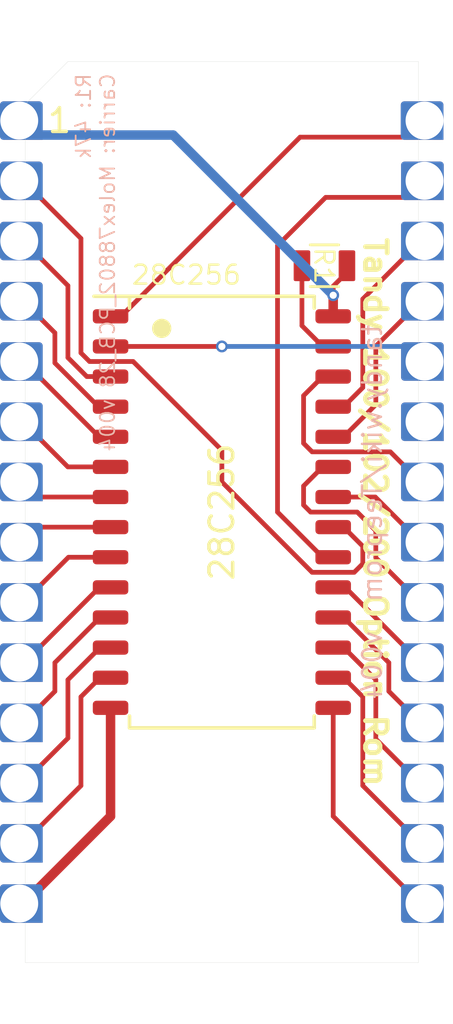
<source format=kicad_pcb>
(kicad_pcb (version 20171130) (host pcbnew 5.1.10-88a1d61d58~88~ubuntu20.10.1)

  (general
    (thickness 1.6)
    (drawings 11)
    (tracks 137)
    (zones 0)
    (modules 3)
    (nets 29)
  )

  (page A4)
  (title_block
    (title "28C256 in a TRS-80 Model 100 option rom socket")
    (date 2021-05-24)
    (rev 004)
    (company b.kenyon.w@gmail.com)
  )

  (layers
    (0 Top signal)
    (31 Bottom signal)
    (32 B.Adhes user hide)
    (33 F.Adhes user hide)
    (34 B.Paste user hide)
    (35 F.Paste user hide)
    (36 B.SilkS user)
    (37 F.SilkS user)
    (38 B.Mask user)
    (39 F.Mask user)
    (40 Dwgs.User user hide)
    (41 Cmts.User user hide)
    (42 Eco1.User user hide)
    (43 Eco2.User user hide)
    (44 Edge.Cuts user)
    (45 Margin user hide)
    (46 B.CrtYd user hide)
    (47 F.CrtYd user hide)
    (48 B.Fab user hide)
    (49 F.Fab user hide)
  )

  (setup
    (last_trace_width 0.2)
    (user_trace_width 0.4)
    (trace_clearance 0.2)
    (zone_clearance 0.2)
    (zone_45_only no)
    (trace_min 0.2)
    (via_size 0.5)
    (via_drill 0.3)
    (via_min_size 0.5)
    (via_min_drill 0.3)
    (uvia_size 0.5)
    (uvia_drill 0.3)
    (uvias_allowed no)
    (uvia_min_size 0.5)
    (uvia_min_drill 0.3)
    (edge_width 0.01)
    (segment_width 0.2032)
    (pcb_text_width 0.254)
    (pcb_text_size 1.2192 1.2192)
    (mod_edge_width 0.0254)
    (mod_text_size 0.4572 0.4572)
    (mod_text_width 0.0254)
    (pad_size 1.905 2.032)
    (pad_drill 1.524)
    (pad_to_mask_clearance 0)
    (solder_mask_min_width 0.22)
    (aux_axis_origin 0 0)
    (grid_origin 147.2184 99.187)
    (visible_elements FFFFFF7F)
    (pcbplotparams
      (layerselection 0x010f0_ffffffff)
      (usegerberextensions true)
      (usegerberattributes false)
      (usegerberadvancedattributes false)
      (creategerberjobfile false)
      (excludeedgelayer true)
      (linewidth 0.100000)
      (plotframeref false)
      (viasonmask false)
      (mode 1)
      (useauxorigin false)
      (hpglpennumber 1)
      (hpglpenspeed 20)
      (hpglpendiameter 15.000000)
      (psnegative false)
      (psa4output false)
      (plotreference true)
      (plotvalue true)
      (plotinvisibletext false)
      (padsonsilk false)
      (subtractmaskfromsilk false)
      (outputformat 1)
      (mirror false)
      (drillshape 0)
      (scaleselection 1)
      (outputdirectory "GERBER_Teeprom_004"))
  )

  (net 0 "")
  (net 1 /D3)
  (net 2 /A10)
  (net 3 /D4)
  (net 4 /A7)
  (net 5 /D5)
  (net 6 /A6)
  (net 7 /D6)
  (net 8 /A5)
  (net 9 /D7)
  (net 10 /A4)
  (net 11 /A11)
  (net 12 /A3)
  (net 13 /~OE)
  (net 14 /A2)
  (net 15 /A13)
  (net 16 /A1)
  (net 17 /A0)
  (net 18 /A12)
  (net 19 /D0)
  (net 20 /A9)
  (net 21 /D1)
  (net 22 /A8)
  (net 23 /D2)
  (net 24 /~CE)
  (net 25 /A14)
  (net 26 /~WE)
  (net 27 VCC)
  (net 28 GND)

  (net_class Default "This is the default net class."
    (clearance 0.2)
    (trace_width 0.2)
    (via_dia 0.5)
    (via_drill 0.3)
    (uvia_dia 0.5)
    (uvia_drill 0.3)
    (diff_pair_width 0.2)
    (diff_pair_gap 0.3)
    (add_net /A0)
    (add_net /A1)
    (add_net /A10)
    (add_net /A11)
    (add_net /A12)
    (add_net /A13)
    (add_net /A14)
    (add_net /A2)
    (add_net /A3)
    (add_net /A4)
    (add_net /A5)
    (add_net /A6)
    (add_net /A7)
    (add_net /A8)
    (add_net /A9)
    (add_net /D0)
    (add_net /D1)
    (add_net /D2)
    (add_net /D3)
    (add_net /D4)
    (add_net /D5)
    (add_net /D6)
    (add_net /D7)
    (add_net /~CE)
    (add_net /~OE)
    (add_net /~WE)
    (add_net GND)
    (add_net VCC)
  )

  (module 000_LOCAL:SOIC-28W (layer Top) (tedit 60AC7F09) (tstamp 60ACE4A8)
    (at 147.2184 99.187)
    (descr "28-Lead Plastic Small Outline (SO) - Wide, 7.50 mm Body [SOIC] (see Microchip Packaging Specification 00000049BS.pdf)")
    (tags "SOIC 1.27")
    (path /5D231C6F)
    (attr smd)
    (fp_text reference U1 (at 0 0 -90) (layer F.SilkS) hide
      (effects (font (size 1 1) (thickness 0.15)))
    )
    (fp_text value 28C256 (at 0 0 -90) (layer F.SilkS)
      (effects (font (size 1 1) (thickness 0.15)))
    )
    (fp_text user %R (at 0 0 -90) (layer F.Fab)
      (effects (font (size 1 1) (thickness 0.15)))
    )
    (fp_circle (center -2.54 -7.747) (end -2.3368 -7.747) (layer F.SilkS) (width 0.4064))
    (fp_line (start -2.75 -8.95) (end 3.75 -8.95) (layer F.Fab) (width 0.15))
    (fp_line (start 3.75 -8.95) (end 3.75 8.95) (layer F.Fab) (width 0.15))
    (fp_line (start 3.75 8.95) (end -3.75 8.95) (layer F.Fab) (width 0.15))
    (fp_line (start -3.75 8.95) (end -3.75 -7.95) (layer F.Fab) (width 0.15))
    (fp_line (start -3.75 -7.95) (end -2.75 -8.95) (layer F.Fab) (width 0.15))
    (fp_line (start -5.95 -9.3) (end -5.95 9.3) (layer F.CrtYd) (width 0.05))
    (fp_line (start 5.95 -9.3) (end 5.95 9.3) (layer F.CrtYd) (width 0.05))
    (fp_line (start -5.95 -9.3) (end 5.95 -9.3) (layer F.CrtYd) (width 0.05))
    (fp_line (start -5.95 9.3) (end 5.95 9.3) (layer F.CrtYd) (width 0.05))
    (fp_line (start -3.9 -9.1) (end -3.9 -8.6) (layer F.SilkS) (width 0.15))
    (fp_line (start 3.9 -9.1) (end 3.9 -8.6) (layer F.SilkS) (width 0.15))
    (fp_line (start 3.9 9.1) (end 3.9 8.6) (layer F.SilkS) (width 0.15))
    (fp_line (start -3.9 9.1) (end -3.9 8.6) (layer F.SilkS) (width 0.15))
    (fp_line (start -5.4 -9.1) (end 3.9 -9.1) (layer F.SilkS) (width 0.15))
    (fp_line (start -3.9 9.1) (end 3.9 9.1) (layer F.SilkS) (width 0.15))
    (pad 1 smd roundrect (at -4.7 -8.255) (size 1.5 0.6) (layers Top F.Paste F.Mask) (roundrect_rratio 0.25)
      (net 25 /A14))
    (pad 2 smd roundrect (at -4.7 -6.985) (size 1.5 0.6) (layers Top F.Paste F.Mask) (roundrect_rratio 0.25)
      (net 18 /A12))
    (pad 3 smd roundrect (at -4.7 -5.715) (size 1.5 0.6) (layers Top F.Paste F.Mask) (roundrect_rratio 0.25)
      (net 4 /A7))
    (pad 4 smd roundrect (at -4.7 -4.445) (size 1.5 0.6) (layers Top F.Paste F.Mask) (roundrect_rratio 0.25)
      (net 6 /A6))
    (pad 5 smd roundrect (at -4.7 -3.175) (size 1.5 0.6) (layers Top F.Paste F.Mask) (roundrect_rratio 0.25)
      (net 8 /A5))
    (pad 6 smd roundrect (at -4.7 -1.905) (size 1.5 0.6) (layers Top F.Paste F.Mask) (roundrect_rratio 0.25)
      (net 10 /A4))
    (pad 7 smd roundrect (at -4.7 -0.635) (size 1.5 0.6) (layers Top F.Paste F.Mask) (roundrect_rratio 0.25)
      (net 12 /A3))
    (pad 8 smd roundrect (at -4.7 0.635) (size 1.5 0.6) (layers Top F.Paste F.Mask) (roundrect_rratio 0.25)
      (net 14 /A2))
    (pad 9 smd roundrect (at -4.7 1.905) (size 1.5 0.6) (layers Top F.Paste F.Mask) (roundrect_rratio 0.25)
      (net 16 /A1))
    (pad 10 smd roundrect (at -4.7 3.175) (size 1.5 0.6) (layers Top F.Paste F.Mask) (roundrect_rratio 0.25)
      (net 17 /A0))
    (pad 11 smd roundrect (at -4.7 4.445) (size 1.5 0.6) (layers Top F.Paste F.Mask) (roundrect_rratio 0.25)
      (net 19 /D0))
    (pad 12 smd roundrect (at -4.7 5.715) (size 1.5 0.6) (layers Top F.Paste F.Mask) (roundrect_rratio 0.25)
      (net 21 /D1))
    (pad 13 smd roundrect (at -4.7 6.985) (size 1.5 0.6) (layers Top F.Paste F.Mask) (roundrect_rratio 0.25)
      (net 23 /D2))
    (pad 14 smd roundrect (at -4.7 8.255) (size 1.5 0.6) (layers Top F.Paste F.Mask) (roundrect_rratio 0.25)
      (net 28 GND))
    (pad 15 smd roundrect (at 4.7 8.255) (size 1.5 0.6) (layers Top F.Paste F.Mask) (roundrect_rratio 0.25)
      (net 1 /D3))
    (pad 16 smd roundrect (at 4.7 6.985) (size 1.5 0.6) (layers Top F.Paste F.Mask) (roundrect_rratio 0.25)
      (net 3 /D4))
    (pad 17 smd roundrect (at 4.7 5.715) (size 1.5 0.6) (layers Top F.Paste F.Mask) (roundrect_rratio 0.25)
      (net 5 /D5))
    (pad 18 smd roundrect (at 4.7 4.445) (size 1.5 0.6) (layers Top F.Paste F.Mask) (roundrect_rratio 0.25)
      (net 7 /D6))
    (pad 19 smd roundrect (at 4.7 3.175) (size 1.5 0.6) (layers Top F.Paste F.Mask) (roundrect_rratio 0.25)
      (net 9 /D7))
    (pad 20 smd roundrect (at 4.7 1.905) (size 1.5 0.6) (layers Top F.Paste F.Mask) (roundrect_rratio 0.25)
      (net 24 /~CE))
    (pad 21 smd roundrect (at 4.7 0.635) (size 1.5 0.6) (layers Top F.Paste F.Mask) (roundrect_rratio 0.25)
      (net 2 /A10))
    (pad 22 smd roundrect (at 4.7 -0.635) (size 1.5 0.6) (layers Top F.Paste F.Mask) (roundrect_rratio 0.25)
      (net 13 /~OE))
    (pad 23 smd roundrect (at 4.7 -1.905) (size 1.5 0.6) (layers Top F.Paste F.Mask) (roundrect_rratio 0.25)
      (net 11 /A11))
    (pad 24 smd roundrect (at 4.7 -3.175) (size 1.5 0.6) (layers Top F.Paste F.Mask) (roundrect_rratio 0.25)
      (net 20 /A9))
    (pad 25 smd roundrect (at 4.7 -4.445) (size 1.5 0.6) (layers Top F.Paste F.Mask) (roundrect_rratio 0.25)
      (net 22 /A8))
    (pad 26 smd roundrect (at 4.7 -5.715) (size 1.5 0.6) (layers Top F.Paste F.Mask) (roundrect_rratio 0.25)
      (net 15 /A13))
    (pad 27 smd roundrect (at 4.7 -6.985) (size 1.5 0.6) (layers Top F.Paste F.Mask) (roundrect_rratio 0.25)
      (net 26 /~WE))
    (pad 28 smd roundrect (at 4.7 -8.255) (size 1.5 0.6) (layers Top F.Paste F.Mask) (roundrect_rratio 0.25)
      (net 27 VCC))
    (model ${KIPRJMOD}/000_LOCAL.pretty/3d/SW3dPS-SOIC28-300.STEP
      (at (xyz 0 0 0))
      (scale (xyz 1 1 1))
      (rotate (xyz 0 0 90))
    )
  )

  (module 000_LOCAL:Molex78802_PCB_28 (layer Top) (tedit 60A90215) (tstamp 6051C3EB)
    (at 147.2184 99.187)
    (descr "Castellated edge contacts to fit Molex 78805 Socket")
    (path /5E6792DF)
    (solder_mask_margin 0.0508)
    (attr virtual)
    (fp_text reference J1 (at -1.905 0 -90) (layer Dwgs.User) hide
      (effects (font (size 1.2065 1.2065) (thickness 0.127)) (justify bottom))
    )
    (fp_text value Tandy_100_102_200_option_rom (at 1.27 0 -90) (layer F.Fab) hide
      (effects (font (size 1.2065 1.2065) (thickness 0.1016)) (justify bottom))
    )
    (fp_line (start -4 -17.5) (end -3.5 -17.5) (layer Dwgs.User) (width 0.01))
    (fp_line (start -4 -18) (end -4 -17.5) (layer Dwgs.User) (width 0.01))
    (fp_line (start -4 -18) (end -3.7 -17.7) (layer Dwgs.User) (width 0.01))
    (fp_line (start -4 -18) (end -4.3 -17.7) (layer Dwgs.User) (width 0.01))
    (fp_line (start -4 -19) (end -3.7 -19.3) (layer Dwgs.User) (width 0.01))
    (fp_line (start -4 -19) (end -4.3 -19.3) (layer Dwgs.User) (width 0.01))
    (fp_line (start -4 -19) (end -4 -20) (layer Dwgs.User) (width 0.01))
    (fp_line (start -6 -19) (end -5.7 -19.3) (layer Dwgs.User) (width 0.01))
    (fp_line (start -6 -19) (end -6.3 -19.3) (layer Dwgs.User) (width 0.01))
    (fp_line (start -6 -19) (end -6 -20) (layer Dwgs.User) (width 0.01))
    (fp_line (start -6 -18.3) (end -5.7 -18) (layer Dwgs.User) (width 0.01))
    (fp_line (start -6 -18.3) (end -6.3 -18) (layer Dwgs.User) (width 0.01))
    (fp_line (start -6 -17) (end -5.5 -17) (layer Dwgs.User) (width 0.01))
    (fp_line (start -6 -18.3) (end -6 -17) (layer Dwgs.User) (width 0.01))
    (fp_line (start 7.6 -18.3) (end 7.6 18.3) (layer Dwgs.User) (width 0.01))
    (fp_line (start -7.6 -18.3) (end -7.6 18.3) (layer Dwgs.User) (width 0.01))
    (fp_line (start -7.6 -18.3) (end 7.6 -18.3) (layer Dwgs.User) (width 0.01))
    (fp_line (start -7.6 18.3) (end 7.6 18.3) (layer Dwgs.User) (width 0.01))
    (fp_poly (pts (xy 9.2156 1.9304) (xy 7.717 1.9304) (xy 7.717 0.6096) (xy 9.2156 0.6096)) (layer Top) (width 0.3048))
    (fp_poly (pts (xy 9.2156 -0.6096) (xy 7.717 -0.6096) (xy 7.717 -1.9304) (xy 9.2156 -1.9304)) (layer Top) (width 0.3048))
    (fp_poly (pts (xy 9.2156 14.6304) (xy 7.717 14.6304) (xy 7.717 13.3096) (xy 9.2156 13.3096)) (layer Top) (width 0.3048))
    (fp_poly (pts (xy 9.2156 7.0104) (xy 7.717 7.0104) (xy 7.717 5.6896) (xy 9.2156 5.6896)) (layer Top) (width 0.3048))
    (fp_poly (pts (xy 9.2156 10.7696) (xy 7.717 10.7696) (xy 7.717 12.0904) (xy 9.2156 12.0904)) (layer Bottom) (width 0.3048))
    (fp_poly (pts (xy 9.2156 4.4704) (xy 7.717 4.4704) (xy 7.717 3.1496) (xy 9.2156 3.1496)) (layer Top) (width 0.3048))
    (fp_poly (pts (xy 9.2156 -4.4704) (xy 7.717 -4.4704) (xy 7.717 -3.1496) (xy 9.2156 -3.1496)) (layer Bottom) (width 0.3048))
    (fp_poly (pts (xy 9.2156 8.2296) (xy 7.717 8.2296) (xy 7.717 9.5504) (xy 9.2156 9.5504)) (layer Bottom) (width 0.3048))
    (fp_poly (pts (xy 9.2156 13.3096) (xy 7.717 13.3096) (xy 7.717 14.6304) (xy 9.2156 14.6304)) (layer Bottom) (width 0.3048))
    (fp_poly (pts (xy 9.2156 -10.7696) (xy 7.717 -10.7696) (xy 7.717 -12.0904) (xy 9.2156 -12.0904)) (layer Top) (width 0.3048))
    (fp_poly (pts (xy 9.2156 -9.5504) (xy 7.717 -9.5504) (xy 7.717 -8.2296) (xy 9.2156 -8.2296)) (layer Bottom) (width 0.3048))
    (fp_poly (pts (xy 9.2156 0.6096) (xy 7.717 0.6096) (xy 7.717 1.9304) (xy 9.2156 1.9304)) (layer Bottom) (width 0.3048))
    (fp_poly (pts (xy 9.2156 3.1496) (xy 7.717 3.1496) (xy 7.717 4.4704) (xy 9.2156 4.4704)) (layer Bottom) (width 0.3048))
    (fp_poly (pts (xy 9.2156 -12.0904) (xy 7.717 -12.0904) (xy 7.717 -10.7696) (xy 9.2156 -10.7696)) (layer Bottom) (width 0.3048))
    (fp_poly (pts (xy 9.2156 -14.6304) (xy 7.717 -14.6304) (xy 7.717 -13.3096) (xy 9.2156 -13.3096)) (layer Bottom) (width 0.3048))
    (fp_poly (pts (xy 9.2156 12.0904) (xy 7.717 12.0904) (xy 7.717 10.7696) (xy 9.2156 10.7696)) (layer Top) (width 0.3048))
    (fp_poly (pts (xy 9.2156 9.5504) (xy 7.717 9.5504) (xy 7.717 8.2296) (xy 9.2156 8.2296)) (layer Top) (width 0.3048))
    (fp_poly (pts (xy 9.2156 -3.1496) (xy 7.717 -3.1496) (xy 7.717 -4.4704) (xy 9.2156 -4.4704)) (layer Top) (width 0.3048))
    (fp_poly (pts (xy 9.2156 -1.9304) (xy 7.717 -1.9304) (xy 7.717 -0.6096) (xy 9.2156 -0.6096)) (layer Bottom) (width 0.3048))
    (fp_poly (pts (xy 9.2156 -5.6896) (xy 7.717 -5.6896) (xy 7.717 -7.0104) (xy 9.2156 -7.0104)) (layer Top) (width 0.3048))
    (fp_poly (pts (xy 9.2156 17.1704) (xy 7.717 17.1704) (xy 7.717 15.8496) (xy 9.2156 15.8496)) (layer Top) (width 0.3048))
    (fp_poly (pts (xy 9.2156 5.6896) (xy 7.717 5.6896) (xy 7.717 7.0104) (xy 9.2156 7.0104)) (layer Bottom) (width 0.3048))
    (fp_poly (pts (xy 9.2156 -7.0104) (xy 7.717 -7.0104) (xy 7.717 -5.6896) (xy 9.2156 -5.6896)) (layer Bottom) (width 0.3048))
    (fp_poly (pts (xy 9.2156 -13.3096) (xy 7.717 -13.3096) (xy 7.717 -14.6304) (xy 9.2156 -14.6304)) (layer Top) (width 0.3048))
    (fp_poly (pts (xy 9.2156 15.8496) (xy 7.717 15.8496) (xy 7.717 17.1704) (xy 9.2156 17.1704)) (layer Bottom) (width 0.3048))
    (fp_poly (pts (xy 9.2156 -8.2296) (xy 7.717 -8.2296) (xy 7.717 -9.5504) (xy 9.2156 -9.5504)) (layer Top) (width 0.3048))
    (fp_poly (pts (xy 9.2029 -15.8496) (xy 7.7043 -15.8496) (xy 7.7043 -17.1704) (xy 9.2029 -17.1704)) (layer Top) (width 0.3048))
    (fp_poly (pts (xy 9.2029 -15.8496) (xy 7.7043 -15.8496) (xy 7.7043 -17.1704) (xy 9.2029 -17.1704)) (layer Bottom) (width 0.3048))
    (fp_poly (pts (xy -7.717 0.6096) (xy -9.2156 0.6096) (xy -9.2156 1.9304) (xy -7.717 1.9304)) (layer Bottom) (width 0.3048))
    (fp_poly (pts (xy -7.717 3.1496) (xy -9.2156 3.1496) (xy -9.2156 4.4704) (xy -7.717 4.4704)) (layer Bottom) (width 0.3048))
    (fp_poly (pts (xy -7.717 -12.0904) (xy -9.2156 -12.0904) (xy -9.2156 -10.7696) (xy -7.717 -10.7696)) (layer Bottom) (width 0.3048))
    (fp_poly (pts (xy -7.717 -4.4704) (xy -9.2156 -4.4704) (xy -9.2156 -3.1496) (xy -7.717 -3.1496)) (layer Bottom) (width 0.3048))
    (fp_poly (pts (xy -7.717 -1.9304) (xy -9.2156 -1.9304) (xy -9.2156 -0.6096) (xy -7.717 -0.6096)) (layer Bottom) (width 0.3048))
    (fp_poly (pts (xy -7.717 13.3096) (xy -9.2156 13.3096) (xy -9.2156 14.6304) (xy -7.717 14.6304)) (layer Bottom) (width 0.3048))
    (fp_poly (pts (xy -7.717 -9.5504) (xy -9.2156 -9.5504) (xy -9.2156 -8.2296) (xy -7.717 -8.2296)) (layer Bottom) (width 0.3048))
    (fp_poly (pts (xy -7.717 -7.0104) (xy -9.2156 -7.0104) (xy -9.2156 -5.6896) (xy -7.717 -5.6896)) (layer Bottom) (width 0.3048))
    (fp_poly (pts (xy -7.717 5.6896) (xy -9.2156 5.6896) (xy -9.2156 7.0104) (xy -7.717 7.0104)) (layer Bottom) (width 0.3048))
    (fp_poly (pts (xy -7.717 8.2296) (xy -9.2156 8.2296) (xy -9.2156 9.5504) (xy -7.717 9.5504)) (layer Bottom) (width 0.3048))
    (fp_poly (pts (xy -7.717 -14.6304) (xy -9.2156 -14.6304) (xy -9.2156 -13.3096) (xy -7.717 -13.3096)) (layer Bottom) (width 0.3048))
    (fp_poly (pts (xy -7.717 15.8496) (xy -9.2156 15.8496) (xy -9.2156 17.1704) (xy -7.717 17.1704)) (layer Bottom) (width 0.3048))
    (fp_poly (pts (xy -7.717 10.7696) (xy -9.2156 10.7696) (xy -9.2156 12.0904) (xy -7.717 12.0904)) (layer Bottom) (width 0.3048))
    (fp_poly (pts (xy -7.717 17.1704) (xy -9.2156 17.1704) (xy -9.2156 15.8496) (xy -7.717 15.8496)) (layer Top) (width 0.3048))
    (fp_poly (pts (xy -7.717 14.6304) (xy -9.2156 14.6304) (xy -9.2156 13.3096) (xy -7.717 13.3096)) (layer Top) (width 0.3048))
    (fp_poly (pts (xy -7.717 12.0904) (xy -9.2156 12.0904) (xy -9.2156 10.7696) (xy -7.717 10.7696)) (layer Top) (width 0.3048))
    (fp_poly (pts (xy -7.717 9.5504) (xy -9.2156 9.5504) (xy -9.2156 8.2296) (xy -7.717 8.2296)) (layer Top) (width 0.3048))
    (fp_poly (pts (xy -7.717 7.0104) (xy -9.2156 7.0104) (xy -9.2156 5.6896) (xy -7.717 5.6896)) (layer Top) (width 0.3048))
    (fp_poly (pts (xy -7.717 4.4704) (xy -9.2156 4.4704) (xy -9.2156 3.1496) (xy -7.717 3.1496)) (layer Top) (width 0.3048))
    (fp_poly (pts (xy -7.717 1.9304) (xy -9.2156 1.9304) (xy -9.2156 0.6096) (xy -7.717 0.6096)) (layer Top) (width 0.3048))
    (fp_poly (pts (xy -7.717 -0.6096) (xy -9.2156 -0.6096) (xy -9.2156 -1.9304) (xy -7.717 -1.9304)) (layer Top) (width 0.3048))
    (fp_poly (pts (xy -7.717 -3.1496) (xy -9.2156 -3.1496) (xy -9.2156 -4.4704) (xy -7.717 -4.4704)) (layer Top) (width 0.3048))
    (fp_poly (pts (xy -7.717 -5.6896) (xy -9.2156 -5.6896) (xy -9.2156 -7.0104) (xy -7.717 -7.0104)) (layer Top) (width 0.3048))
    (fp_poly (pts (xy -7.717 -8.2296) (xy -9.2156 -8.2296) (xy -9.2156 -9.5504) (xy -7.717 -9.5504)) (layer Top) (width 0.3048))
    (fp_poly (pts (xy -7.717 -10.7696) (xy -9.2156 -10.7696) (xy -9.2156 -12.0904) (xy -7.717 -12.0904)) (layer Top) (width 0.3048))
    (fp_poly (pts (xy -7.717 -13.3096) (xy -9.2156 -13.3096) (xy -9.2156 -14.6304) (xy -7.717 -14.6304)) (layer Top) (width 0.3048))
    (fp_poly (pts (xy -7.717 -15.8496) (xy -9.2156 -15.8496) (xy -9.2156 -17.1704) (xy -7.717 -17.1704)) (layer Top) (width 0.3048))
    (fp_poly (pts (xy -7.717 -15.8496) (xy -9.2156 -15.8496) (xy -9.2156 -17.1704) (xy -7.717 -17.1704)) (layer Bottom) (width 0.3048))
    (fp_line (start 4.5593 19.05) (end 8.26 19.05) (layer Eco1.User) (width 0.01))
    (fp_line (start -8.26 19.05) (end -4.5593 19.05) (layer Eco1.User) (width 0.01))
    (fp_line (start 0.762 -19.05) (end 8.26 -19.05) (layer Eco1.User) (width 0.01))
    (fp_line (start -8.26 -19.05) (end -0.762 -19.05) (layer Eco1.User) (width 0.01))
    (fp_line (start 8.26 19.05) (end 8.26 -19.05) (layer Eco1.User) (width 0.01))
    (fp_line (start -8.26 19.05) (end -8.26 -19.05) (layer Eco1.User) (width 0.01))
    (fp_line (start 3.0353 19.05) (end -3.0353 19.05) (layer Eco1.User) (width 0.01))
    (fp_line (start 3.0353 21.59) (end 3.0353 19.05) (layer Eco1.User) (width 0.01))
    (fp_line (start 4.5593 21.59) (end 3.0353 21.59) (layer Eco1.User) (width 0.01))
    (fp_line (start 4.5593 19.05) (end 4.5593 21.59) (layer Eco1.User) (width 0.01))
    (fp_line (start -3.0353 21.59) (end -3.0353 19.05) (layer Eco1.User) (width 0.01))
    (fp_line (start -4.5593 21.59) (end -3.0353 21.59) (layer Eco1.User) (width 0.01))
    (fp_line (start -4.5593 19.05) (end -4.5593 21.59) (layer Eco1.User) (width 0.01))
    (fp_line (start 0.762 -21.59) (end 0.762 -19.05) (layer Eco1.User) (width 0.01))
    (fp_line (start -0.762 -21.59) (end 0.762 -21.59) (layer Eco1.User) (width 0.01))
    (fp_line (start -0.762 -19.05) (end -0.762 -21.59) (layer Eco1.User) (width 0.01))
    (fp_line (start -8.3 19) (end 8.3 19) (layer Eco2.User) (width 0.01))
    (fp_line (start 8.3 -19) (end -6.5 -19) (layer Eco2.User) (width 0.01))
    (fp_line (start 7.75716 17.78) (end 7.75716 12.7) (layer Dwgs.User) (width 0.01))
    (fp_line (start 6.325 12.065) (end 6.325 15.24) (layer Dwgs.User) (width 0.05))
    (fp_line (start 6.325 15.24) (end 7.722 15.24) (layer Dwgs.User) (width 0.05))
    (fp_line (start 7.722 15.24) (end 7.442 15.52) (layer Dwgs.User) (width 0.05))
    (fp_line (start 7.442 14.96) (end 7.722 15.24) (layer Dwgs.User) (width 0.05))
    (fp_line (start 8.345 15.24) (end 8.625 15.52) (layer Dwgs.User) (width 0.05))
    (fp_line (start 8.625 14.96) (end 8.345 15.24) (layer Dwgs.User) (width 0.05))
    (fp_line (start 8.345 15.24) (end 9.742 15.24) (layer Dwgs.User) (width 0.05))
    (fp_line (start -5 -19) (end -5 -18) (layer Dwgs.User) (width 0.01))
    (fp_line (start -5 -18) (end 5 -18) (layer Dwgs.User) (width 0.01))
    (fp_line (start 5 -18) (end 5 -19) (layer Dwgs.User) (width 0.01))
    (fp_line (start 5 -19) (end -5 -19) (layer Dwgs.User) (width 0.01))
    (fp_line (start 5 19) (end 5 18) (layer Dwgs.User) (width 0.01))
    (fp_line (start -5 18) (end -5 19) (layer Dwgs.User) (width 0.01))
    (fp_line (start -5 18) (end 5 18) (layer Dwgs.User) (width 0.01))
    (fp_line (start -5 19) (end 5 19) (layer Dwgs.User) (width 0.01))
    (fp_line (start -8.3 19) (end -8.3 -17.2) (layer Eco2.User) (width 0.01))
    (fp_line (start 8.3 19) (end 8.3 -19) (layer Eco2.User) (width 0.01))
    (fp_line (start -6.5 -19) (end -8.3 -17.2) (layer Eco2.User) (width 0.01))
    (fp_text user "0.7 border on bottom - 36.6 x 15 x 1.5 usable bottom" (at -5.5 -17) (layer Dwgs.User)
      (effects (font (size 0.25 0.25) (thickness 0.02)) (justify left))
    )
    (fp_text user "10.0 x 1.0 retainer wedges on top" (at -3.5 -17.5) (layer Dwgs.User)
      (effects (font (size 0.25 0.25) (thickness 0.02)) (justify left))
    )
    (fp_text user "Castellation depth 0.5mm min" (at 6.35 0 -90) (layer Dwgs.User)
      (effects (font (size 1 1) (thickness 0.1)))
    )
    (fp_text user "Board outline: 0.1mm grid, copy Eco2.User" (at -6 0 -90) (layer Eco2.User)
      (effects (font (size 1 1) (thickness 0.1)))
    )
    (fp_text user "Eco1.User is Edge.Cuts for use without carrier." (at -4.445 0 -90) (layer Eco1.User)
      (effects (font (size 0.8 0.8) (thickness 0.05)))
    )
    (pad 1 thru_hole circle (at -8.5552 -16.51) (size 1.6002 1.6002) (drill 1.59766) (layers *.Cu *.Mask)
      (net 27 VCC) (zone_connect 0))
    (pad 28 thru_hole circle (at 8.5552 -16.51 180) (size 1.6002 1.6002) (drill 1.59766) (layers *.Cu *.Mask)
      (net 25 /A14))
    (pad 14 thru_hole circle (at -8.5552 16.51) (size 1.6002 1.6002) (drill 1.59766) (layers *.Cu *.Mask)
      (net 28 GND) (zone_connect 0))
    (pad 27 thru_hole circle (at 8.5552 -13.97 180) (size 1.6002 1.6002) (drill 1.59766) (layers *.Cu *.Mask)
      (net 24 /~CE))
    (pad 13 thru_hole circle (at -8.5552 13.97) (size 1.6002 1.6002) (drill 1.59766) (layers *.Cu *.Mask)
      (net 23 /D2) (zone_connect 0))
    (pad 26 thru_hole circle (at 8.5552 -11.43 180) (size 1.6002 1.6002) (drill 1.59766) (layers *.Cu *.Mask)
      (net 22 /A8))
    (pad 12 thru_hole circle (at -8.5552 11.43) (size 1.6002 1.6002) (drill 1.59766) (layers *.Cu *.Mask)
      (net 21 /D1) (zone_connect 0))
    (pad 25 thru_hole circle (at 8.5552 -8.89 180) (size 1.6002 1.6002) (drill 1.59766) (layers *.Cu *.Mask)
      (net 20 /A9))
    (pad 11 thru_hole circle (at -8.5552 8.89) (size 1.6002 1.6002) (drill 1.59766) (layers *.Cu *.Mask)
      (net 19 /D0) (zone_connect 0))
    (pad 24 thru_hole circle (at 8.5552 -6.35 180) (size 1.6002 1.6002) (drill 1.59766) (layers *.Cu *.Mask)
      (net 18 /A12))
    (pad 10 thru_hole circle (at -8.5552 6.35) (size 1.6002 1.6002) (drill 1.59766) (layers *.Cu *.Mask)
      (net 17 /A0) (zone_connect 0))
    (pad 23 thru_hole circle (at 8.5552 -3.81 180) (size 1.6002 1.6002) (drill 1.59766) (layers *.Cu *.Mask))
    (pad 9 thru_hole circle (at -8.5552 3.81) (size 1.6002 1.6002) (drill 1.59766) (layers *.Cu *.Mask)
      (net 16 /A1) (zone_connect 0))
    (pad 22 thru_hole circle (at 8.5552 -1.27 180) (size 1.6002 1.6002) (drill 1.59766) (layers *.Cu *.Mask)
      (net 15 /A13))
    (pad 8 thru_hole circle (at -8.5552 1.27) (size 1.6002 1.6002) (drill 1.59766) (layers *.Cu *.Mask)
      (net 14 /A2) (zone_connect 0))
    (pad 21 thru_hole circle (at 8.5552 1.27 180) (size 1.6002 1.6002) (drill 1.59766) (layers *.Cu *.Mask)
      (net 13 /~OE))
    (pad 7 thru_hole circle (at -8.5552 -1.27) (size 1.6002 1.6002) (drill 1.59766) (layers *.Cu *.Mask)
      (net 12 /A3) (zone_connect 0))
    (pad 20 thru_hole circle (at 8.5552 3.81 180) (size 1.6002 1.6002) (drill 1.59766) (layers *.Cu *.Mask)
      (net 11 /A11))
    (pad 6 thru_hole circle (at -8.5552 -3.81) (size 1.6002 1.6002) (drill 1.59766) (layers *.Cu *.Mask)
      (net 10 /A4) (zone_connect 0))
    (pad 19 thru_hole circle (at 8.5552 6.35 180) (size 1.6002 1.6002) (drill 1.59766) (layers *.Cu *.Mask)
      (net 9 /D7))
    (pad 5 thru_hole circle (at -8.5552 -6.35) (size 1.6002 1.6002) (drill 1.59766) (layers *.Cu *.Mask)
      (net 8 /A5) (zone_connect 0))
    (pad 18 thru_hole circle (at 8.5552 8.89 180) (size 1.6002 1.6002) (drill 1.59766) (layers *.Cu *.Mask)
      (net 7 /D6))
    (pad 4 thru_hole circle (at -8.5552 -8.89) (size 1.6002 1.6002) (drill 1.59766) (layers *.Cu *.Mask)
      (net 6 /A6) (zone_connect 0))
    (pad 17 thru_hole circle (at 8.5552 11.43 180) (size 1.6002 1.6002) (drill 1.59766) (layers *.Cu *.Mask)
      (net 5 /D5))
    (pad 3 thru_hole circle (at -8.5552 -11.43) (size 1.6002 1.6002) (drill 1.59766) (layers *.Cu *.Mask)
      (net 4 /A7) (zone_connect 0))
    (pad 16 thru_hole circle (at 8.5552 13.97 180) (size 1.6002 1.6002) (drill 1.59766) (layers *.Cu *.Mask)
      (net 3 /D4))
    (pad 2 thru_hole circle (at -8.5552 -13.97) (size 1.6002 1.6002) (drill 1.59766) (layers *.Cu *.Mask)
      (net 2 /A10) (zone_connect 0))
    (pad 15 thru_hole circle (at 8.5552 16.51 180) (size 1.6002 1.6002) (drill 1.59766) (layers *.Cu *.Mask)
      (net 1 /D3))
    (model ${KIPRJMOD}/000_LOCAL.pretty/3d/Molex78802_PCB_28.step
      (offset (xyz 0 0 -0.16))
      (scale (xyz 1 1 1))
      (rotate (xyz 0 0 90))
    )
  )

  (module 000_LOCAL:R_0805 (layer Top) (tedit 60997F9A) (tstamp 5D22C129)
    (at 151.5491 88.7984)
    (descr "Resistor SMD 0805, reflow soldering, Vishay (see dcrcw.pdf)")
    (tags "resistor 0805")
    (path /5D2BF7AB)
    (attr smd)
    (fp_text reference R1 (at -0.0127 0 -90 unlocked) (layer F.SilkS)
      (effects (font (size 0.8 0.8) (thickness 0.1)))
    )
    (fp_text value 47k (at 0 1.75) (layer F.Fab)
      (effects (font (size 1 1) (thickness 0.15)))
    )
    (fp_line (start 1.55 0.9) (end -1.55 0.9) (layer F.CrtYd) (width 0.05))
    (fp_line (start 1.55 0.9) (end 1.55 -0.9) (layer F.CrtYd) (width 0.05))
    (fp_line (start -1.55 -0.9) (end -1.55 0.9) (layer F.CrtYd) (width 0.05))
    (fp_line (start -1.55 -0.9) (end 1.55 -0.9) (layer F.CrtYd) (width 0.05))
    (fp_line (start -0.6 -0.88) (end 0.6 -0.88) (layer F.SilkS) (width 0.12))
    (fp_line (start 0.6 0.88) (end -0.6 0.88) (layer F.SilkS) (width 0.12))
    (fp_line (start -1 -0.62) (end 1 -0.62) (layer F.Fab) (width 0.1))
    (fp_line (start 1 -0.62) (end 1 0.62) (layer F.Fab) (width 0.1))
    (fp_line (start 1 0.62) (end -1 0.62) (layer F.Fab) (width 0.1))
    (fp_line (start -1 0.62) (end -1 -0.62) (layer F.Fab) (width 0.1))
    (fp_text user %R (at 0 0) (layer F.Fab)
      (effects (font (size 0.5 0.5) (thickness 0.075)))
    )
    (pad 1 smd roundrect (at -0.95 0) (size 0.7 1.3) (layers Top F.Paste F.Mask) (roundrect_rratio 0.1)
      (net 26 /~WE))
    (pad 2 smd roundrect (at 0.95 0) (size 0.7 1.3) (layers Top F.Paste F.Mask) (roundrect_rratio 0.1)
      (net 27 VCC))
    (model ${KIPRJMOD}/000_LOCAL.pretty/3d/R_0805.step
      (at (xyz 0 0 0))
      (scale (xyz 1 1 1))
      (rotate (xyz 0 0 0))
    )
  )

  (gr_text 28C256 (at 145.7184 89.187) (layer F.SilkS)
    (effects (font (size 0.8 0.8) (thickness 0.1)))
  )
  (gr_text "Carrier: Molex78802_PCB_28 v004" (at 142.3924 80.645 90) (layer B.SilkS) (tstamp 60AC51CE)
    (effects (font (size 0.6096 0.6096) (thickness 0.0762)) (justify left mirror))
  )
  (gr_line (start 155.5184 118.187) (end 155.5184 80.187) (layer Edge.Cuts) (width 0.01) (tstamp 60A9CCEB))
  (gr_line (start 140.7184 80.187) (end 138.9184 81.987) (layer Edge.Cuts) (width 0.01))
  (gr_line (start 138.9184 118.187) (end 138.9184 81.987) (layer Edge.Cuts) (width 0.01))
  (gr_line (start 155.5184 118.187) (end 138.9184 118.187) (layer Edge.Cuts) (width 0.01) (tstamp 6051D963))
  (gr_line (start 140.7184 80.187) (end 155.5184 80.187) (layer Edge.Cuts) (width 0.01))
  (gr_text "tandy.wiki/Teeprom  v004" (at 153.5684 99.187 90) (layer B.SilkS)
    (effects (font (size 0.8 0.8) (thickness 0.1)) (justify mirror))
  )
  (gr_text "Tandy 100/102/200 Option Rom" (at 153.6954 99.187 -90) (layer F.SilkS)
    (effects (font (size 0.9144 0.9144) (thickness 0.2032)))
  )
  (gr_text "R1: 47k" (at 141.3764 80.645 90) (layer B.SilkS)
    (effects (font (size 0.6096 0.6096) (thickness 0.0762)) (justify left mirror))
  )
  (gr_text 1 (at 140.3604 82.677) (layer F.SilkS)
    (effects (font (size 1 1) (thickness 0.15)))
  )

  (segment (start 151.9184 112.015) (end 151.9184 107.442) (width 0.2) (layer Top) (net 1))
  (segment (start 155.7274 115.697) (end 155.6004 115.697) (width 0.2) (layer Top) (net 1))
  (segment (start 155.6004 115.697) (end 151.9184 112.015) (width 0.2) (layer Top) (net 1))
  (segment (start 138.811 85.217) (end 138.7094 85.217) (width 0.2) (layer Bottom) (net 2))
  (segment (start 138.8364 85.217) (end 138.6632 85.217) (width 0.2) (layer Top) (net 2))
  (segment (start 141.2684 87.649) (end 138.8364 85.217) (width 0.2) (layer Top) (net 2))
  (segment (start 143.4719 92.837) (end 141.6304 92.837) (width 0.2) (layer Top) (net 2))
  (segment (start 147.2184 96.5835) (end 143.4719 92.837) (width 0.2) (layer Top) (net 2))
  (segment (start 152.8064 101.727) (end 151.0284 101.727) (width 0.2) (layer Top) (net 2))
  (segment (start 141.2684 92.475) (end 141.2684 87.649) (width 0.2) (layer Top) (net 2))
  (segment (start 151.0284 101.727) (end 147.2184 97.917) (width 0.2) (layer Top) (net 2))
  (segment (start 153.1684 100.6285) (end 153.1684 101.365) (width 0.2) (layer Top) (net 2))
  (segment (start 153.1684 101.365) (end 152.8064 101.727) (width 0.2) (layer Top) (net 2))
  (segment (start 152.3619 99.822) (end 153.1684 100.6285) (width 0.2) (layer Top) (net 2))
  (segment (start 141.6304 92.837) (end 141.2684 92.475) (width 0.2) (layer Top) (net 2))
  (segment (start 147.2184 97.917) (end 147.2184 96.5835) (width 0.2) (layer Top) (net 2))
  (segment (start 151.9184 99.822) (end 152.3619 99.822) (width 0.2) (layer Top) (net 2))
  (segment (start 155.6004 113.157) (end 155.7736 113.157) (width 0.2) (layer Top) (net 3))
  (segment (start 153.1684 106.9785) (end 153.1684 110.725) (width 0.2) (layer Top) (net 3))
  (segment (start 152.3619 106.172) (end 153.1684 106.9785) (width 0.2) (layer Top) (net 3))
  (segment (start 153.1684 110.725) (end 155.6004 113.157) (width 0.2) (layer Top) (net 3))
  (segment (start 151.9184 106.172) (end 152.3619 106.172) (width 0.2) (layer Top) (net 3))
  (segment (start 141.5161 93.472) (end 142.5184 93.472) (width 0.2) (layer Top) (net 4))
  (segment (start 140.7184 92.6743) (end 141.5161 93.472) (width 0.2) (layer Top) (net 4))
  (segment (start 140.7184 89.639) (end 140.7184 92.6743) (width 0.2) (layer Top) (net 4))
  (segment (start 138.8364 87.757) (end 140.7184 89.639) (width 0.2) (layer Top) (net 4))
  (segment (start 138.7094 87.757) (end 138.8364 87.757) (width 0.2) (layer Top) (net 4))
  (segment (start 152.3624 104.902) (end 151.9184 104.902) (width 0.2) (layer Top) (net 5))
  (segment (start 153.7184 106.258) (end 152.3624 104.902) (width 0.2) (layer Top) (net 5))
  (segment (start 153.7184 108.7604) (end 153.7184 106.258) (width 0.2) (layer Top) (net 5))
  (segment (start 155.575 110.617) (end 153.7184 108.7604) (width 0.2) (layer Top) (net 5))
  (segment (start 155.7274 110.617) (end 155.575 110.617) (width 0.2) (layer Top) (net 5))
  (segment (start 138.7094 90.297) (end 138.80465 90.297) (width 0.2) (layer Bottom) (net 6))
  (segment (start 140.1684 92.899) (end 140.1684 91.629) (width 0.2) (layer Top) (net 6))
  (segment (start 138.8364 90.297) (end 138.6632 90.297) (width 0.2) (layer Top) (net 6))
  (segment (start 142.0114 94.742) (end 140.1684 92.899) (width 0.2) (layer Top) (net 6))
  (segment (start 140.1684 91.629) (end 138.8364 90.297) (width 0.2) (layer Top) (net 6))
  (segment (start 142.5184 94.742) (end 142.0114 94.742) (width 0.2) (layer Top) (net 6))
  (segment (start 155.6004 108.077) (end 155.7736 108.077) (width 0.2) (layer Top) (net 7))
  (segment (start 154.2684 106.745) (end 155.6004 108.077) (width 0.2) (layer Top) (net 7))
  (segment (start 154.2684 105.5385) (end 154.2684 106.745) (width 0.2) (layer Top) (net 7))
  (segment (start 152.3619 103.632) (end 154.2684 105.5385) (width 0.2) (layer Top) (net 7))
  (segment (start 151.9184 103.632) (end 152.3619 103.632) (width 0.2) (layer Top) (net 7))
  (segment (start 142.03045 96.012) (end 142.5184 96.012) (width 0.2) (layer Top) (net 8))
  (segment (start 138.85545 92.837) (end 142.03045 96.012) (width 0.2) (layer Top) (net 8))
  (segment (start 138.7094 92.837) (end 138.85545 92.837) (width 0.2) (layer Top) (net 8))
  (segment (start 152.4254 102.362) (end 151.9184 102.362) (width 0.2) (layer Top) (net 9))
  (segment (start 155.6004 105.537) (end 152.4254 102.362) (width 0.2) (layer Top) (net 9))
  (segment (start 155.7274 105.537) (end 155.6004 105.537) (width 0.2) (layer Top) (net 9))
  (segment (start 140.716 97.282) (end 142.5184 97.282) (width 0.2) (layer Top) (net 10))
  (segment (start 138.7094 95.377) (end 138.811 95.377) (width 0.2) (layer Top) (net 10))
  (segment (start 138.811 95.377) (end 140.716 97.282) (width 0.2) (layer Top) (net 10))
  (segment (start 151.4729 97.282) (end 151.9184 97.282) (width 0.2) (layer Top) (net 11))
  (segment (start 150.6684 98.0865) (end 151.4729 97.282) (width 0.2) (layer Top) (net 11))
  (segment (start 150.6684 98.8905) (end 150.6684 98.0865) (width 0.2) (layer Top) (net 11))
  (segment (start 150.9649 99.187) (end 150.6684 98.8905) (width 0.2) (layer Top) (net 11))
  (segment (start 153.7184 99.972) (end 152.9334 99.187) (width 0.2) (layer Top) (net 11))
  (segment (start 153.7184 101.115) (end 153.7184 99.972) (width 0.2) (layer Top) (net 11))
  (segment (start 152.9334 99.187) (end 150.9649 99.187) (width 0.2) (layer Top) (net 11))
  (segment (start 155.6004 102.997) (end 153.7184 101.115) (width 0.2) (layer Top) (net 11))
  (segment (start 155.7274 102.997) (end 155.6004 102.997) (width 0.2) (layer Top) (net 11))
  (segment (start 139.2534 98.552) (end 142.5184 98.552) (width 0.2) (layer Top) (net 12))
  (segment (start 138.7094 97.917) (end 138.7094 98.008) (width 0.2) (layer Top) (net 12))
  (segment (start 138.7094 98.008) (end 139.2534 98.552) (width 0.2) (layer Top) (net 12))
  (segment (start 155.6004 100.457) (end 155.66391 100.457) (width 0.2) (layer Bottom) (net 13))
  (segment (start 155.6004 100.457) (end 155.7736 100.457) (width 0.2) (layer Top) (net 13))
  (segment (start 153.6954 98.552) (end 155.6004 100.457) (width 0.2) (layer Top) (net 13))
  (segment (start 151.9184 98.552) (end 153.6954 98.552) (width 0.2) (layer Top) (net 13))
  (segment (start 139.3444 99.822) (end 142.5184 99.822) (width 0.2) (layer Top) (net 14))
  (segment (start 138.7094 100.457) (end 139.3444 99.822) (width 0.2) (layer Top) (net 14))
  (segment (start 154.3304 96.647) (end 155.6004 97.917) (width 0.2) (layer Top) (net 15))
  (segment (start 151.0284 96.647) (end 154.3304 96.647) (width 0.2) (layer Top) (net 15))
  (segment (start 150.6684 96.287) (end 151.0284 96.647) (width 0.2) (layer Top) (net 15))
  (segment (start 150.6684 94.2765) (end 150.6684 96.287) (width 0.2) (layer Top) (net 15))
  (segment (start 151.4729 93.472) (end 150.6684 94.2765) (width 0.2) (layer Top) (net 15))
  (segment (start 155.6004 97.917) (end 155.7736 97.917) (width 0.2) (layer Top) (net 15))
  (segment (start 151.9184 93.472) (end 151.4729 93.472) (width 0.2) (layer Top) (net 15))
  (segment (start 140.7414 101.092) (end 142.5184 101.092) (width 0.2) (layer Top) (net 16))
  (segment (start 138.7094 102.997) (end 138.8364 102.997) (width 0.2) (layer Top) (net 16))
  (segment (start 138.8364 102.997) (end 140.7414 101.092) (width 0.2) (layer Top) (net 16))
  (segment (start 142.0495 102.362) (end 142.5184 102.362) (width 0.2) (layer Top) (net 17))
  (segment (start 138.8745 105.537) (end 142.0495 102.362) (width 0.2) (layer Top) (net 17))
  (segment (start 138.7094 105.537) (end 138.8745 105.537) (width 0.2) (layer Top) (net 17))
  (segment (start 142.5184 92.202) (end 147.2184 92.202) (width 0.2) (layer Top) (net 18))
  (segment (start 155.0924 92.202) (end 155.7274 92.837) (width 0.2) (layer Bottom) (net 18))
  (segment (start 147.2184 92.202) (end 155.0924 92.202) (width 0.2) (layer Bottom) (net 18))
  (via (at 147.2184 92.202) (size 0.5) (drill 0.3) (layers Top Bottom) (net 18))
  (segment (start 138.8364 108.077) (end 138.6632 108.077) (width 0.2) (layer Top) (net 19))
  (segment (start 140.1684 106.745) (end 138.8364 108.077) (width 0.2) (layer Top) (net 19))
  (segment (start 140.1684 105.5385) (end 140.1684 106.745) (width 0.2) (layer Top) (net 19))
  (segment (start 142.0749 103.632) (end 140.1684 105.5385) (width 0.2) (layer Top) (net 19))
  (segment (start 142.5184 103.632) (end 142.0749 103.632) (width 0.2) (layer Top) (net 19))
  (segment (start 152.3619 96.012) (end 151.9184 96.012) (width 0.2) (layer Top) (net 20))
  (segment (start 153.7184 94.6555) (end 152.3619 96.012) (width 0.2) (layer Top) (net 20))
  (segment (start 153.7184 92.1917) (end 153.7184 94.6555) (width 0.2) (layer Top) (net 20))
  (segment (start 155.6131 90.297) (end 153.7184 92.1917) (width 0.2) (layer Top) (net 20))
  (segment (start 155.7274 90.297) (end 155.6131 90.297) (width 0.2) (layer Top) (net 20))
  (segment (start 140.7184 106.2585) (end 142.0749 104.902) (width 0.2) (layer Top) (net 21))
  (segment (start 142.0749 104.902) (end 142.5184 104.902) (width 0.2) (layer Top) (net 21))
  (segment (start 140.7184 108.7223) (end 140.7184 106.2585) (width 0.2) (layer Top) (net 21))
  (segment (start 138.8237 110.617) (end 140.7184 108.7223) (width 0.2) (layer Top) (net 21))
  (segment (start 138.7094 110.617) (end 138.8237 110.617) (width 0.2) (layer Top) (net 21))
  (segment (start 152.3619 94.742) (end 151.9184 94.742) (width 0.2) (layer Top) (net 22))
  (segment (start 153.1684 90.2017) (end 153.1684 93.9355) (width 0.2) (layer Top) (net 22))
  (segment (start 155.6131 87.757) (end 153.1684 90.2017) (width 0.2) (layer Top) (net 22))
  (segment (start 153.1684 93.9355) (end 152.3619 94.742) (width 0.2) (layer Top) (net 22))
  (segment (start 155.7274 87.757) (end 155.6131 87.757) (width 0.2) (layer Top) (net 22))
  (segment (start 138.8364 113.157) (end 138.6632 113.157) (width 0.2) (layer Top) (net 23))
  (segment (start 141.2684 110.725) (end 138.8364 113.157) (width 0.2) (layer Top) (net 23))
  (segment (start 141.2684 106.9785) (end 141.2684 110.725) (width 0.2) (layer Top) (net 23))
  (segment (start 142.0749 106.172) (end 141.2684 106.9785) (width 0.2) (layer Top) (net 23))
  (segment (start 142.5184 106.172) (end 142.0749 106.172) (width 0.2) (layer Top) (net 23))
  (segment (start 151.4734 101.092) (end 151.9184 101.092) (width 0.2) (layer Top) (net 24))
  (segment (start 149.5679 99.1865) (end 151.4734 101.092) (width 0.2) (layer Top) (net 24))
  (segment (start 149.5679 87.9475) (end 149.5679 99.1865) (width 0.2) (layer Top) (net 24))
  (segment (start 151.5999 85.9155) (end 149.5679 87.9475) (width 0.2) (layer Top) (net 24))
  (segment (start 155.1199 85.9155) (end 151.5999 85.9155) (width 0.2) (layer Top) (net 24))
  (segment (start 155.7274 85.308) (end 155.1199 85.9155) (width 0.2) (layer Top) (net 24))
  (segment (start 155.7274 85.217) (end 155.7274 85.308) (width 0.2) (layer Top) (net 24))
  (segment (start 142.9639 90.932) (end 142.5184 90.932) (width 0.2) (layer Top) (net 25))
  (segment (start 150.5204 83.3755) (end 142.9639 90.932) (width 0.2) (layer Top) (net 25))
  (segment (start 155.0289 83.3755) (end 150.5204 83.3755) (width 0.2) (layer Top) (net 25))
  (segment (start 155.7274 82.677) (end 155.0289 83.3755) (width 0.2) (layer Top) (net 25))
  (segment (start 150.5991 91.3282) (end 150.5991 88.8359) (width 0.2) (layer Top) (net 26))
  (segment (start 151.4729 92.202) (end 150.5991 91.3282) (width 0.2) (layer Top) (net 26))
  (segment (start 151.9184 92.202) (end 151.4729 92.202) (width 0.2) (layer Top) (net 26))
  (via (at 151.9184 90.043) (size 0.5) (drill 0.3) (layers Top Bottom) (net 27))
  (segment (start 151.9184 90.043) (end 151.9184 90.932) (width 0.4) (layer Top) (net 27))
  (segment (start 152.4991 89.0803) (end 152.4991 88.7984) (width 0.2) (layer Top) (net 27))
  (segment (start 151.9184 89.661) (end 152.4991 89.0803) (width 0.2) (layer Top) (net 27))
  (segment (start 151.9184 90.043) (end 151.9184 89.661) (width 0.2) (layer Top) (net 27))
  (segment (start 139.2284 83.287) (end 138.6184 82.677) (width 0.4) (layer Bottom) (net 27))
  (segment (start 145.1624 83.287) (end 139.2284 83.287) (width 0.4) (layer Bottom) (net 27))
  (segment (start 151.9184 90.043) (end 145.1624 83.287) (width 0.4) (layer Bottom) (net 27))
  (segment (start 138.8364 115.697) (end 138.6632 115.697) (width 0.4) (layer Top) (net 28))
  (segment (start 142.5184 112.015) (end 138.8364 115.697) (width 0.4) (layer Top) (net 28))
  (segment (start 142.5184 107.442) (end 142.5184 112.015) (width 0.4) (layer Top) (net 28))

)

</source>
